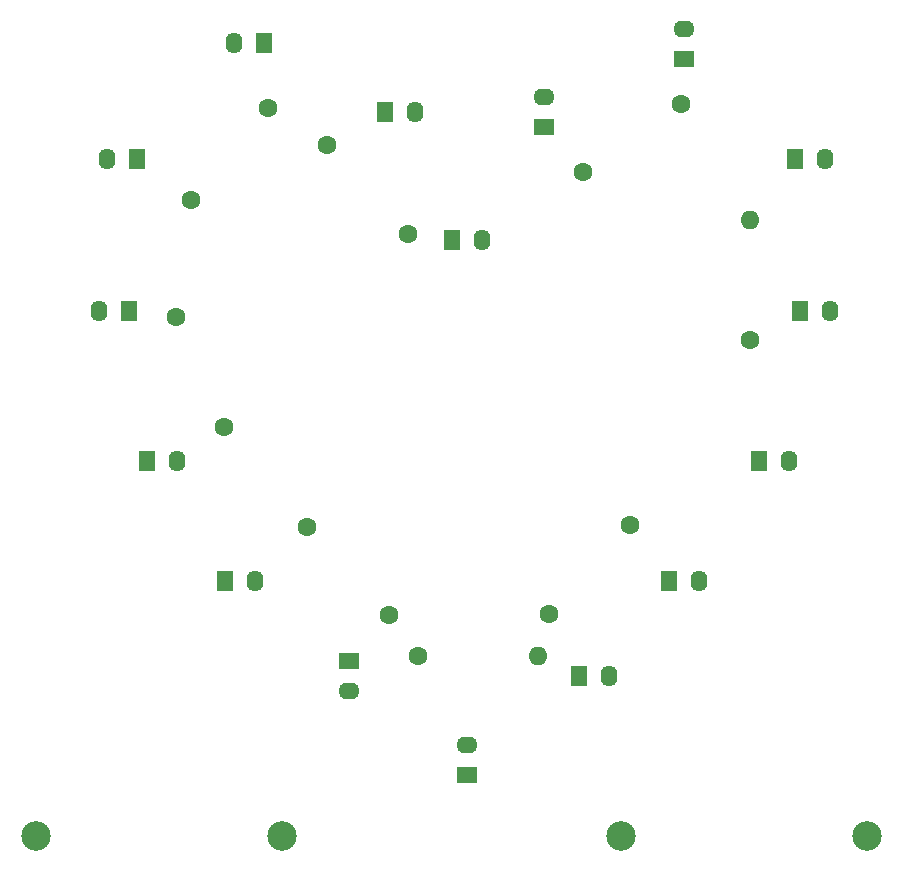
<source format=gbr>
%TF.GenerationSoftware,KiCad,Pcbnew,8.0.8*%
%TF.CreationDate,2025-02-15T13:49:33+02:00*%
%TF.ProjectId,Solder practice heart,536f6c64-6572-4207-9072-616374696365,rev?*%
%TF.SameCoordinates,Original*%
%TF.FileFunction,Soldermask,Top*%
%TF.FilePolarity,Negative*%
%FSLAX46Y46*%
G04 Gerber Fmt 4.6, Leading zero omitted, Abs format (unit mm)*
G04 Created by KiCad (PCBNEW 8.0.8) date 2025-02-15 13:49:33*
%MOMM*%
%LPD*%
G01*
G04 APERTURE LIST*
G04 Aperture macros list*
%AMHorizOval*
0 Thick line with rounded ends*
0 $1 width*
0 $2 $3 position (X,Y) of the first rounded end (center of the circle)*
0 $4 $5 position (X,Y) of the second rounded end (center of the circle)*
0 Add line between two ends*
20,1,$1,$2,$3,$4,$5,0*
0 Add two circle primitives to create the rounded ends*
1,1,$1,$2,$3*
1,1,$1,$4,$5*%
G04 Aperture macros list end*
%ADD10C,1.600000*%
%ADD11HorizOval,1.600000X0.000000X0.000000X0.000000X0.000000X0*%
%ADD12R,1.800000X1.400000*%
%ADD13O,1.800000X1.400000*%
%ADD14R,1.400000X1.800000*%
%ADD15O,1.400000X1.800000*%
%ADD16HorizOval,1.600000X0.000000X0.000000X0.000000X0.000000X0*%
%ADD17HorizOval,1.600000X0.000000X0.000000X0.000000X0.000000X0*%
%ADD18HorizOval,1.600000X0.000000X0.000000X0.000000X0.000000X0*%
%ADD19HorizOval,1.600000X0.000000X0.000000X0.000000X0.000000X0*%
%ADD20HorizOval,1.600000X0.000000X0.000000X0.000000X0.000000X0*%
%ADD21O,1.600000X1.600000*%
%ADD22C,2.500000*%
G04 APERTURE END LIST*
D10*
%TO.C,R6*%
X129729252Y-84506013D03*
D11*
X136259973Y-76723001D03*
%TD*%
D12*
%TO.C,LED16*%
X143064986Y-123543344D03*
D13*
X143064986Y-126083344D03*
%TD*%
D14*
%TO.C,LED12*%
X135895000Y-71291513D03*
D15*
X133355000Y-71291513D03*
%TD*%
D10*
%TO.C,R2*%
X160028471Y-119576472D03*
D16*
X166826839Y-112026119D03*
%TD*%
D10*
%TO.C,R7*%
X132528123Y-103728818D03*
D17*
X128395678Y-94447197D03*
%TD*%
D14*
%TO.C,LED15*%
X132602772Y-116840000D03*
D15*
X135142772Y-116840000D03*
%TD*%
D14*
%TO.C,LED4*%
X170180000Y-116840000D03*
D15*
X172720000Y-116840000D03*
%TD*%
D14*
%TO.C,LED9*%
X151818716Y-87946696D03*
D15*
X154358716Y-87946696D03*
%TD*%
D14*
%TO.C,LED3*%
X177800000Y-106680000D03*
D15*
X180340000Y-106680000D03*
%TD*%
D14*
%TO.C,LED5*%
X181253678Y-93980000D03*
D15*
X183793678Y-93980000D03*
%TD*%
D12*
%TO.C,LED8*%
X171455000Y-72566513D03*
D13*
X171455000Y-70026513D03*
%TD*%
D10*
%TO.C,R8*%
X139530433Y-112233303D03*
D18*
X146459536Y-119663857D03*
%TD*%
D14*
%TO.C,LED11*%
X125122362Y-81042889D03*
D15*
X122582362Y-81042889D03*
%TD*%
D12*
%TO.C,LED7*%
X159552802Y-78385743D03*
D13*
X159552802Y-75845743D03*
%TD*%
D10*
%TO.C,R5*%
X148044844Y-87449475D03*
D19*
X141246477Y-79899124D03*
%TD*%
D14*
%TO.C,LED14*%
X124460000Y-93980000D03*
D15*
X121920000Y-93980000D03*
%TD*%
D10*
%TO.C,R4*%
X162868676Y-82210875D03*
D20*
X171191261Y-76383339D03*
%TD*%
D14*
%TO.C,LED10*%
X146095834Y-77110743D03*
D15*
X148635834Y-77110743D03*
%TD*%
D14*
%TO.C,LED2*%
X162560000Y-124818344D03*
D15*
X165100000Y-124818344D03*
%TD*%
D10*
%TO.C,R3*%
X177010490Y-96375114D03*
D21*
X177010490Y-86215114D03*
%TD*%
D10*
%TO.C,R1*%
X148907866Y-123179642D03*
D21*
X159067866Y-123179642D03*
%TD*%
D14*
%TO.C,LED13*%
X125970999Y-106680000D03*
D15*
X128510999Y-106680000D03*
%TD*%
%TO.C,LED6*%
X183363422Y-81042889D03*
D14*
X180823422Y-81042889D03*
%TD*%
D12*
%TO.C,LED1*%
X153091485Y-133222840D03*
D13*
X153091485Y-130682840D03*
%TD*%
D22*
%TO.C,BAT1*%
X116600000Y-138430000D03*
X137400000Y-138430000D03*
%TD*%
%TO.C,BAT2*%
X166130000Y-138430000D03*
X186930000Y-138430000D03*
%TD*%
M02*

</source>
